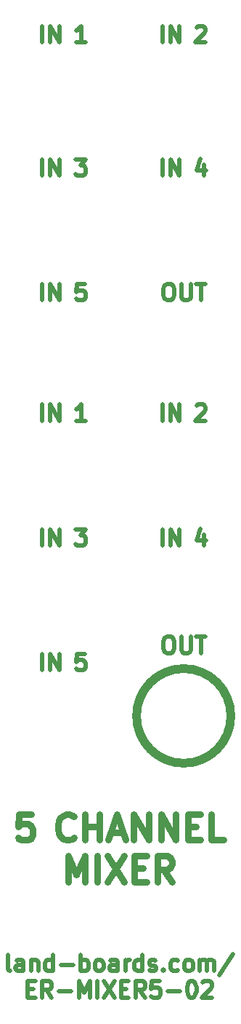
<source format=gto>
%TF.GenerationSoftware,KiCad,Pcbnew,(7.0.0)*%
%TF.CreationDate,2023-02-19T15:42:29-05:00*%
%TF.ProjectId,ER-MIXER5-01_PANEL,45522d4d-4958-4455-9235-2d30315f5041,1*%
%TF.SameCoordinates,Original*%
%TF.FileFunction,Legend,Top*%
%TF.FilePolarity,Positive*%
%FSLAX46Y46*%
G04 Gerber Fmt 4.6, Leading zero omitted, Abs format (unit mm)*
G04 Created by KiCad (PCBNEW (7.0.0)) date 2023-02-19 15:42:29*
%MOMM*%
%LPD*%
G01*
G04 APERTURE LIST*
%ADD10C,1.000000*%
%ADD11C,0.476250*%
%ADD12C,0.750000*%
%ADD13C,0.150000*%
G04 APERTURE END LIST*
D10*
X22500004Y-93000000D02*
G75*
G03*
X22500004Y-82000000I0J5500000D01*
G01*
X22500004Y-82000000D02*
G75*
G03*
X22500004Y-93000000I0J-5500000D01*
G01*
D11*
X6023500Y-67699860D02*
X6023500Y-65794860D01*
X6930643Y-67699860D02*
X6930643Y-65794860D01*
X6930643Y-65794860D02*
X8019214Y-67699860D01*
X8019214Y-67699860D02*
X8019214Y-65794860D01*
X9887928Y-65794860D02*
X11067214Y-65794860D01*
X11067214Y-65794860D02*
X10432214Y-66520575D01*
X10432214Y-66520575D02*
X10704357Y-66520575D01*
X10704357Y-66520575D02*
X10885786Y-66611289D01*
X10885786Y-66611289D02*
X10976500Y-66702003D01*
X10976500Y-66702003D02*
X11067214Y-66883432D01*
X11067214Y-66883432D02*
X11067214Y-67337003D01*
X11067214Y-67337003D02*
X10976500Y-67518432D01*
X10976500Y-67518432D02*
X10885786Y-67609146D01*
X10885786Y-67609146D02*
X10704357Y-67699860D01*
X10704357Y-67699860D02*
X10160071Y-67699860D01*
X10160071Y-67699860D02*
X9978643Y-67609146D01*
X9978643Y-67609146D02*
X9887928Y-67518432D01*
X20595000Y-37294860D02*
X20957857Y-37294860D01*
X20957857Y-37294860D02*
X21139286Y-37385575D01*
X21139286Y-37385575D02*
X21320714Y-37567003D01*
X21320714Y-37567003D02*
X21411429Y-37929860D01*
X21411429Y-37929860D02*
X21411429Y-38564860D01*
X21411429Y-38564860D02*
X21320714Y-38927717D01*
X21320714Y-38927717D02*
X21139286Y-39109146D01*
X21139286Y-39109146D02*
X20957857Y-39199860D01*
X20957857Y-39199860D02*
X20595000Y-39199860D01*
X20595000Y-39199860D02*
X20413572Y-39109146D01*
X20413572Y-39109146D02*
X20232143Y-38927717D01*
X20232143Y-38927717D02*
X20141429Y-38564860D01*
X20141429Y-38564860D02*
X20141429Y-37929860D01*
X20141429Y-37929860D02*
X20232143Y-37567003D01*
X20232143Y-37567003D02*
X20413572Y-37385575D01*
X20413572Y-37385575D02*
X20595000Y-37294860D01*
X22227857Y-37294860D02*
X22227857Y-38837003D01*
X22227857Y-38837003D02*
X22318571Y-39018432D01*
X22318571Y-39018432D02*
X22409286Y-39109146D01*
X22409286Y-39109146D02*
X22590714Y-39199860D01*
X22590714Y-39199860D02*
X22953571Y-39199860D01*
X22953571Y-39199860D02*
X23135000Y-39109146D01*
X23135000Y-39109146D02*
X23225714Y-39018432D01*
X23225714Y-39018432D02*
X23316428Y-38837003D01*
X23316428Y-38837003D02*
X23316428Y-37294860D01*
X23951428Y-37294860D02*
X25040000Y-37294860D01*
X24495714Y-39199860D02*
X24495714Y-37294860D01*
D12*
X4742857Y-98922142D02*
X3314285Y-98922142D01*
X3314285Y-98922142D02*
X3171428Y-100350714D01*
X3171428Y-100350714D02*
X3314285Y-100207857D01*
X3314285Y-100207857D02*
X3600000Y-100065000D01*
X3600000Y-100065000D02*
X4314285Y-100065000D01*
X4314285Y-100065000D02*
X4600000Y-100207857D01*
X4600000Y-100207857D02*
X4742857Y-100350714D01*
X4742857Y-100350714D02*
X4885714Y-100636428D01*
X4885714Y-100636428D02*
X4885714Y-101350714D01*
X4885714Y-101350714D02*
X4742857Y-101636428D01*
X4742857Y-101636428D02*
X4600000Y-101779285D01*
X4600000Y-101779285D02*
X4314285Y-101922142D01*
X4314285Y-101922142D02*
X3600000Y-101922142D01*
X3600000Y-101922142D02*
X3314285Y-101779285D01*
X3314285Y-101779285D02*
X3171428Y-101636428D01*
X9685714Y-101636428D02*
X9542857Y-101779285D01*
X9542857Y-101779285D02*
X9114285Y-101922142D01*
X9114285Y-101922142D02*
X8828571Y-101922142D01*
X8828571Y-101922142D02*
X8400000Y-101779285D01*
X8400000Y-101779285D02*
X8114285Y-101493571D01*
X8114285Y-101493571D02*
X7971428Y-101207857D01*
X7971428Y-101207857D02*
X7828571Y-100636428D01*
X7828571Y-100636428D02*
X7828571Y-100207857D01*
X7828571Y-100207857D02*
X7971428Y-99636428D01*
X7971428Y-99636428D02*
X8114285Y-99350714D01*
X8114285Y-99350714D02*
X8400000Y-99065000D01*
X8400000Y-99065000D02*
X8828571Y-98922142D01*
X8828571Y-98922142D02*
X9114285Y-98922142D01*
X9114285Y-98922142D02*
X9542857Y-99065000D01*
X9542857Y-99065000D02*
X9685714Y-99207857D01*
X10971428Y-101922142D02*
X10971428Y-98922142D01*
X10971428Y-100350714D02*
X12685714Y-100350714D01*
X12685714Y-101922142D02*
X12685714Y-98922142D01*
X13971428Y-101065000D02*
X15400000Y-101065000D01*
X13685714Y-101922142D02*
X14685714Y-98922142D01*
X14685714Y-98922142D02*
X15685714Y-101922142D01*
X16685714Y-101922142D02*
X16685714Y-98922142D01*
X16685714Y-98922142D02*
X18400000Y-101922142D01*
X18400000Y-101922142D02*
X18400000Y-98922142D01*
X19828571Y-101922142D02*
X19828571Y-98922142D01*
X19828571Y-98922142D02*
X21542857Y-101922142D01*
X21542857Y-101922142D02*
X21542857Y-98922142D01*
X22971428Y-100350714D02*
X23971428Y-100350714D01*
X24400000Y-101922142D02*
X22971428Y-101922142D01*
X22971428Y-101922142D02*
X22971428Y-98922142D01*
X22971428Y-98922142D02*
X24400000Y-98922142D01*
X27114286Y-101922142D02*
X25685714Y-101922142D01*
X25685714Y-101922142D02*
X25685714Y-98922142D01*
X9000000Y-106782142D02*
X9000000Y-103782142D01*
X9000000Y-103782142D02*
X10000000Y-105925000D01*
X10000000Y-105925000D02*
X11000000Y-103782142D01*
X11000000Y-103782142D02*
X11000000Y-106782142D01*
X12428571Y-106782142D02*
X12428571Y-103782142D01*
X13571428Y-103782142D02*
X15571428Y-106782142D01*
X15571428Y-103782142D02*
X13571428Y-106782142D01*
X16714285Y-105210714D02*
X17714285Y-105210714D01*
X18142857Y-106782142D02*
X16714285Y-106782142D01*
X16714285Y-106782142D02*
X16714285Y-103782142D01*
X16714285Y-103782142D02*
X18142857Y-103782142D01*
X21142857Y-106782142D02*
X20142857Y-105353571D01*
X19428571Y-106782142D02*
X19428571Y-103782142D01*
X19428571Y-103782142D02*
X20571428Y-103782142D01*
X20571428Y-103782142D02*
X20857143Y-103925000D01*
X20857143Y-103925000D02*
X21000000Y-104067857D01*
X21000000Y-104067857D02*
X21142857Y-104353571D01*
X21142857Y-104353571D02*
X21142857Y-104782142D01*
X21142857Y-104782142D02*
X21000000Y-105067857D01*
X21000000Y-105067857D02*
X20857143Y-105210714D01*
X20857143Y-105210714D02*
X20571428Y-105353571D01*
X20571428Y-105353571D02*
X19428571Y-105353571D01*
D11*
X20023500Y-24699860D02*
X20023500Y-22794860D01*
X20930643Y-24699860D02*
X20930643Y-22794860D01*
X20930643Y-22794860D02*
X22019214Y-24699860D01*
X22019214Y-24699860D02*
X22019214Y-22794860D01*
X24885786Y-23429860D02*
X24885786Y-24699860D01*
X24432214Y-22704146D02*
X23978643Y-24064860D01*
X23978643Y-24064860D02*
X25157928Y-24064860D01*
X2254645Y-117156810D02*
X2073216Y-117066096D01*
X2073216Y-117066096D02*
X1982502Y-116884667D01*
X1982502Y-116884667D02*
X1982502Y-115251810D01*
X3796788Y-117156810D02*
X3796788Y-116158953D01*
X3796788Y-116158953D02*
X3706073Y-115977525D01*
X3706073Y-115977525D02*
X3524645Y-115886810D01*
X3524645Y-115886810D02*
X3161788Y-115886810D01*
X3161788Y-115886810D02*
X2980359Y-115977525D01*
X3796788Y-117066096D02*
X3615359Y-117156810D01*
X3615359Y-117156810D02*
X3161788Y-117156810D01*
X3161788Y-117156810D02*
X2980359Y-117066096D01*
X2980359Y-117066096D02*
X2889645Y-116884667D01*
X2889645Y-116884667D02*
X2889645Y-116703239D01*
X2889645Y-116703239D02*
X2980359Y-116521810D01*
X2980359Y-116521810D02*
X3161788Y-116431096D01*
X3161788Y-116431096D02*
X3615359Y-116431096D01*
X3615359Y-116431096D02*
X3796788Y-116340382D01*
X4703930Y-115886810D02*
X4703930Y-117156810D01*
X4703930Y-116068239D02*
X4794644Y-115977525D01*
X4794644Y-115977525D02*
X4976073Y-115886810D01*
X4976073Y-115886810D02*
X5248216Y-115886810D01*
X5248216Y-115886810D02*
X5429644Y-115977525D01*
X5429644Y-115977525D02*
X5520359Y-116158953D01*
X5520359Y-116158953D02*
X5520359Y-117156810D01*
X7243930Y-117156810D02*
X7243930Y-115251810D01*
X7243930Y-117066096D02*
X7062501Y-117156810D01*
X7062501Y-117156810D02*
X6699644Y-117156810D01*
X6699644Y-117156810D02*
X6518215Y-117066096D01*
X6518215Y-117066096D02*
X6427501Y-116975382D01*
X6427501Y-116975382D02*
X6336787Y-116793953D01*
X6336787Y-116793953D02*
X6336787Y-116249667D01*
X6336787Y-116249667D02*
X6427501Y-116068239D01*
X6427501Y-116068239D02*
X6518215Y-115977525D01*
X6518215Y-115977525D02*
X6699644Y-115886810D01*
X6699644Y-115886810D02*
X7062501Y-115886810D01*
X7062501Y-115886810D02*
X7243930Y-115977525D01*
X8151072Y-116431096D02*
X9602501Y-116431096D01*
X10509643Y-117156810D02*
X10509643Y-115251810D01*
X10509643Y-115977525D02*
X10691072Y-115886810D01*
X10691072Y-115886810D02*
X11053929Y-115886810D01*
X11053929Y-115886810D02*
X11235357Y-115977525D01*
X11235357Y-115977525D02*
X11326072Y-116068239D01*
X11326072Y-116068239D02*
X11416786Y-116249667D01*
X11416786Y-116249667D02*
X11416786Y-116793953D01*
X11416786Y-116793953D02*
X11326072Y-116975382D01*
X11326072Y-116975382D02*
X11235357Y-117066096D01*
X11235357Y-117066096D02*
X11053929Y-117156810D01*
X11053929Y-117156810D02*
X10691072Y-117156810D01*
X10691072Y-117156810D02*
X10509643Y-117066096D01*
X12505357Y-117156810D02*
X12323928Y-117066096D01*
X12323928Y-117066096D02*
X12233214Y-116975382D01*
X12233214Y-116975382D02*
X12142500Y-116793953D01*
X12142500Y-116793953D02*
X12142500Y-116249667D01*
X12142500Y-116249667D02*
X12233214Y-116068239D01*
X12233214Y-116068239D02*
X12323928Y-115977525D01*
X12323928Y-115977525D02*
X12505357Y-115886810D01*
X12505357Y-115886810D02*
X12777500Y-115886810D01*
X12777500Y-115886810D02*
X12958928Y-115977525D01*
X12958928Y-115977525D02*
X13049643Y-116068239D01*
X13049643Y-116068239D02*
X13140357Y-116249667D01*
X13140357Y-116249667D02*
X13140357Y-116793953D01*
X13140357Y-116793953D02*
X13049643Y-116975382D01*
X13049643Y-116975382D02*
X12958928Y-117066096D01*
X12958928Y-117066096D02*
X12777500Y-117156810D01*
X12777500Y-117156810D02*
X12505357Y-117156810D01*
X14773214Y-117156810D02*
X14773214Y-116158953D01*
X14773214Y-116158953D02*
X14682499Y-115977525D01*
X14682499Y-115977525D02*
X14501071Y-115886810D01*
X14501071Y-115886810D02*
X14138214Y-115886810D01*
X14138214Y-115886810D02*
X13956785Y-115977525D01*
X14773214Y-117066096D02*
X14591785Y-117156810D01*
X14591785Y-117156810D02*
X14138214Y-117156810D01*
X14138214Y-117156810D02*
X13956785Y-117066096D01*
X13956785Y-117066096D02*
X13866071Y-116884667D01*
X13866071Y-116884667D02*
X13866071Y-116703239D01*
X13866071Y-116703239D02*
X13956785Y-116521810D01*
X13956785Y-116521810D02*
X14138214Y-116431096D01*
X14138214Y-116431096D02*
X14591785Y-116431096D01*
X14591785Y-116431096D02*
X14773214Y-116340382D01*
X15680356Y-117156810D02*
X15680356Y-115886810D01*
X15680356Y-116249667D02*
X15771070Y-116068239D01*
X15771070Y-116068239D02*
X15861785Y-115977525D01*
X15861785Y-115977525D02*
X16043213Y-115886810D01*
X16043213Y-115886810D02*
X16224642Y-115886810D01*
X17676071Y-117156810D02*
X17676071Y-115251810D01*
X17676071Y-117066096D02*
X17494642Y-117156810D01*
X17494642Y-117156810D02*
X17131785Y-117156810D01*
X17131785Y-117156810D02*
X16950356Y-117066096D01*
X16950356Y-117066096D02*
X16859642Y-116975382D01*
X16859642Y-116975382D02*
X16768928Y-116793953D01*
X16768928Y-116793953D02*
X16768928Y-116249667D01*
X16768928Y-116249667D02*
X16859642Y-116068239D01*
X16859642Y-116068239D02*
X16950356Y-115977525D01*
X16950356Y-115977525D02*
X17131785Y-115886810D01*
X17131785Y-115886810D02*
X17494642Y-115886810D01*
X17494642Y-115886810D02*
X17676071Y-115977525D01*
X18492499Y-117066096D02*
X18673927Y-117156810D01*
X18673927Y-117156810D02*
X19036784Y-117156810D01*
X19036784Y-117156810D02*
X19218213Y-117066096D01*
X19218213Y-117066096D02*
X19308927Y-116884667D01*
X19308927Y-116884667D02*
X19308927Y-116793953D01*
X19308927Y-116793953D02*
X19218213Y-116612525D01*
X19218213Y-116612525D02*
X19036784Y-116521810D01*
X19036784Y-116521810D02*
X18764642Y-116521810D01*
X18764642Y-116521810D02*
X18583213Y-116431096D01*
X18583213Y-116431096D02*
X18492499Y-116249667D01*
X18492499Y-116249667D02*
X18492499Y-116158953D01*
X18492499Y-116158953D02*
X18583213Y-115977525D01*
X18583213Y-115977525D02*
X18764642Y-115886810D01*
X18764642Y-115886810D02*
X19036784Y-115886810D01*
X19036784Y-115886810D02*
X19218213Y-115977525D01*
X20125356Y-116975382D02*
X20216070Y-117066096D01*
X20216070Y-117066096D02*
X20125356Y-117156810D01*
X20125356Y-117156810D02*
X20034642Y-117066096D01*
X20034642Y-117066096D02*
X20125356Y-116975382D01*
X20125356Y-116975382D02*
X20125356Y-117156810D01*
X21848928Y-117066096D02*
X21667499Y-117156810D01*
X21667499Y-117156810D02*
X21304642Y-117156810D01*
X21304642Y-117156810D02*
X21123213Y-117066096D01*
X21123213Y-117066096D02*
X21032499Y-116975382D01*
X21032499Y-116975382D02*
X20941785Y-116793953D01*
X20941785Y-116793953D02*
X20941785Y-116249667D01*
X20941785Y-116249667D02*
X21032499Y-116068239D01*
X21032499Y-116068239D02*
X21123213Y-115977525D01*
X21123213Y-115977525D02*
X21304642Y-115886810D01*
X21304642Y-115886810D02*
X21667499Y-115886810D01*
X21667499Y-115886810D02*
X21848928Y-115977525D01*
X22937499Y-117156810D02*
X22756070Y-117066096D01*
X22756070Y-117066096D02*
X22665356Y-116975382D01*
X22665356Y-116975382D02*
X22574642Y-116793953D01*
X22574642Y-116793953D02*
X22574642Y-116249667D01*
X22574642Y-116249667D02*
X22665356Y-116068239D01*
X22665356Y-116068239D02*
X22756070Y-115977525D01*
X22756070Y-115977525D02*
X22937499Y-115886810D01*
X22937499Y-115886810D02*
X23209642Y-115886810D01*
X23209642Y-115886810D02*
X23391070Y-115977525D01*
X23391070Y-115977525D02*
X23481785Y-116068239D01*
X23481785Y-116068239D02*
X23572499Y-116249667D01*
X23572499Y-116249667D02*
X23572499Y-116793953D01*
X23572499Y-116793953D02*
X23481785Y-116975382D01*
X23481785Y-116975382D02*
X23391070Y-117066096D01*
X23391070Y-117066096D02*
X23209642Y-117156810D01*
X23209642Y-117156810D02*
X22937499Y-117156810D01*
X24388927Y-117156810D02*
X24388927Y-115886810D01*
X24388927Y-116068239D02*
X24479641Y-115977525D01*
X24479641Y-115977525D02*
X24661070Y-115886810D01*
X24661070Y-115886810D02*
X24933213Y-115886810D01*
X24933213Y-115886810D02*
X25114641Y-115977525D01*
X25114641Y-115977525D02*
X25205356Y-116158953D01*
X25205356Y-116158953D02*
X25205356Y-117156810D01*
X25205356Y-116158953D02*
X25296070Y-115977525D01*
X25296070Y-115977525D02*
X25477498Y-115886810D01*
X25477498Y-115886810D02*
X25749641Y-115886810D01*
X25749641Y-115886810D02*
X25931070Y-115977525D01*
X25931070Y-115977525D02*
X26021784Y-116158953D01*
X26021784Y-116158953D02*
X26021784Y-117156810D01*
X28289641Y-115161096D02*
X26656784Y-117610382D01*
X4295714Y-119245053D02*
X4930714Y-119245053D01*
X5202857Y-120242910D02*
X4295714Y-120242910D01*
X4295714Y-120242910D02*
X4295714Y-118337910D01*
X4295714Y-118337910D02*
X5202857Y-118337910D01*
X7107856Y-120242910D02*
X6472856Y-119335767D01*
X6019285Y-120242910D02*
X6019285Y-118337910D01*
X6019285Y-118337910D02*
X6744999Y-118337910D01*
X6744999Y-118337910D02*
X6926428Y-118428625D01*
X6926428Y-118428625D02*
X7017142Y-118519339D01*
X7017142Y-118519339D02*
X7107856Y-118700767D01*
X7107856Y-118700767D02*
X7107856Y-118972910D01*
X7107856Y-118972910D02*
X7017142Y-119154339D01*
X7017142Y-119154339D02*
X6926428Y-119245053D01*
X6926428Y-119245053D02*
X6744999Y-119335767D01*
X6744999Y-119335767D02*
X6019285Y-119335767D01*
X7924285Y-119517196D02*
X9375714Y-119517196D01*
X10282856Y-120242910D02*
X10282856Y-118337910D01*
X10282856Y-118337910D02*
X10917856Y-119698625D01*
X10917856Y-119698625D02*
X11552856Y-118337910D01*
X11552856Y-118337910D02*
X11552856Y-120242910D01*
X12459999Y-120242910D02*
X12459999Y-118337910D01*
X13185713Y-118337910D02*
X14455713Y-120242910D01*
X14455713Y-118337910D02*
X13185713Y-120242910D01*
X15181428Y-119245053D02*
X15816428Y-119245053D01*
X16088571Y-120242910D02*
X15181428Y-120242910D01*
X15181428Y-120242910D02*
X15181428Y-118337910D01*
X15181428Y-118337910D02*
X16088571Y-118337910D01*
X17993570Y-120242910D02*
X17358570Y-119335767D01*
X16904999Y-120242910D02*
X16904999Y-118337910D01*
X16904999Y-118337910D02*
X17630713Y-118337910D01*
X17630713Y-118337910D02*
X17812142Y-118428625D01*
X17812142Y-118428625D02*
X17902856Y-118519339D01*
X17902856Y-118519339D02*
X17993570Y-118700767D01*
X17993570Y-118700767D02*
X17993570Y-118972910D01*
X17993570Y-118972910D02*
X17902856Y-119154339D01*
X17902856Y-119154339D02*
X17812142Y-119245053D01*
X17812142Y-119245053D02*
X17630713Y-119335767D01*
X17630713Y-119335767D02*
X16904999Y-119335767D01*
X19717142Y-118337910D02*
X18809999Y-118337910D01*
X18809999Y-118337910D02*
X18719285Y-119245053D01*
X18719285Y-119245053D02*
X18809999Y-119154339D01*
X18809999Y-119154339D02*
X18991428Y-119063625D01*
X18991428Y-119063625D02*
X19444999Y-119063625D01*
X19444999Y-119063625D02*
X19626428Y-119154339D01*
X19626428Y-119154339D02*
X19717142Y-119245053D01*
X19717142Y-119245053D02*
X19807856Y-119426482D01*
X19807856Y-119426482D02*
X19807856Y-119880053D01*
X19807856Y-119880053D02*
X19717142Y-120061482D01*
X19717142Y-120061482D02*
X19626428Y-120152196D01*
X19626428Y-120152196D02*
X19444999Y-120242910D01*
X19444999Y-120242910D02*
X18991428Y-120242910D01*
X18991428Y-120242910D02*
X18809999Y-120152196D01*
X18809999Y-120152196D02*
X18719285Y-120061482D01*
X20624285Y-119517196D02*
X22075714Y-119517196D01*
X23345713Y-118337910D02*
X23527142Y-118337910D01*
X23527142Y-118337910D02*
X23708570Y-118428625D01*
X23708570Y-118428625D02*
X23799285Y-118519339D01*
X23799285Y-118519339D02*
X23889999Y-118700767D01*
X23889999Y-118700767D02*
X23980713Y-119063625D01*
X23980713Y-119063625D02*
X23980713Y-119517196D01*
X23980713Y-119517196D02*
X23889999Y-119880053D01*
X23889999Y-119880053D02*
X23799285Y-120061482D01*
X23799285Y-120061482D02*
X23708570Y-120152196D01*
X23708570Y-120152196D02*
X23527142Y-120242910D01*
X23527142Y-120242910D02*
X23345713Y-120242910D01*
X23345713Y-120242910D02*
X23164285Y-120152196D01*
X23164285Y-120152196D02*
X23073570Y-120061482D01*
X23073570Y-120061482D02*
X22982856Y-119880053D01*
X22982856Y-119880053D02*
X22892142Y-119517196D01*
X22892142Y-119517196D02*
X22892142Y-119063625D01*
X22892142Y-119063625D02*
X22982856Y-118700767D01*
X22982856Y-118700767D02*
X23073570Y-118519339D01*
X23073570Y-118519339D02*
X23164285Y-118428625D01*
X23164285Y-118428625D02*
X23345713Y-118337910D01*
X24706428Y-118519339D02*
X24797142Y-118428625D01*
X24797142Y-118428625D02*
X24978571Y-118337910D01*
X24978571Y-118337910D02*
X25432142Y-118337910D01*
X25432142Y-118337910D02*
X25613571Y-118428625D01*
X25613571Y-118428625D02*
X25704285Y-118519339D01*
X25704285Y-118519339D02*
X25794999Y-118700767D01*
X25794999Y-118700767D02*
X25794999Y-118882196D01*
X25794999Y-118882196D02*
X25704285Y-119154339D01*
X25704285Y-119154339D02*
X24615713Y-120242910D01*
X24615713Y-120242910D02*
X25794999Y-120242910D01*
X6023500Y-9199860D02*
X6023500Y-7294860D01*
X6930643Y-9199860D02*
X6930643Y-7294860D01*
X6930643Y-7294860D02*
X8019214Y-9199860D01*
X8019214Y-9199860D02*
X8019214Y-7294860D01*
X11067214Y-9199860D02*
X9978643Y-9199860D01*
X10522928Y-9199860D02*
X10522928Y-7294860D01*
X10522928Y-7294860D02*
X10341500Y-7567003D01*
X10341500Y-7567003D02*
X10160071Y-7748432D01*
X10160071Y-7748432D02*
X9978643Y-7839146D01*
X6023500Y-24699860D02*
X6023500Y-22794860D01*
X6930643Y-24699860D02*
X6930643Y-22794860D01*
X6930643Y-22794860D02*
X8019214Y-24699860D01*
X8019214Y-24699860D02*
X8019214Y-22794860D01*
X9887928Y-22794860D02*
X11067214Y-22794860D01*
X11067214Y-22794860D02*
X10432214Y-23520575D01*
X10432214Y-23520575D02*
X10704357Y-23520575D01*
X10704357Y-23520575D02*
X10885786Y-23611289D01*
X10885786Y-23611289D02*
X10976500Y-23702003D01*
X10976500Y-23702003D02*
X11067214Y-23883432D01*
X11067214Y-23883432D02*
X11067214Y-24337003D01*
X11067214Y-24337003D02*
X10976500Y-24518432D01*
X10976500Y-24518432D02*
X10885786Y-24609146D01*
X10885786Y-24609146D02*
X10704357Y-24699860D01*
X10704357Y-24699860D02*
X10160071Y-24699860D01*
X10160071Y-24699860D02*
X9978643Y-24609146D01*
X9978643Y-24609146D02*
X9887928Y-24518432D01*
X6023500Y-53199860D02*
X6023500Y-51294860D01*
X6930643Y-53199860D02*
X6930643Y-51294860D01*
X6930643Y-51294860D02*
X8019214Y-53199860D01*
X8019214Y-53199860D02*
X8019214Y-51294860D01*
X11067214Y-53199860D02*
X9978643Y-53199860D01*
X10522928Y-53199860D02*
X10522928Y-51294860D01*
X10522928Y-51294860D02*
X10341500Y-51567003D01*
X10341500Y-51567003D02*
X10160071Y-51748432D01*
X10160071Y-51748432D02*
X9978643Y-51839146D01*
X6023500Y-39199860D02*
X6023500Y-37294860D01*
X6930643Y-39199860D02*
X6930643Y-37294860D01*
X6930643Y-37294860D02*
X8019214Y-39199860D01*
X8019214Y-39199860D02*
X8019214Y-37294860D01*
X10976500Y-37294860D02*
X10069357Y-37294860D01*
X10069357Y-37294860D02*
X9978643Y-38202003D01*
X9978643Y-38202003D02*
X10069357Y-38111289D01*
X10069357Y-38111289D02*
X10250786Y-38020575D01*
X10250786Y-38020575D02*
X10704357Y-38020575D01*
X10704357Y-38020575D02*
X10885786Y-38111289D01*
X10885786Y-38111289D02*
X10976500Y-38202003D01*
X10976500Y-38202003D02*
X11067214Y-38383432D01*
X11067214Y-38383432D02*
X11067214Y-38837003D01*
X11067214Y-38837003D02*
X10976500Y-39018432D01*
X10976500Y-39018432D02*
X10885786Y-39109146D01*
X10885786Y-39109146D02*
X10704357Y-39199860D01*
X10704357Y-39199860D02*
X10250786Y-39199860D01*
X10250786Y-39199860D02*
X10069357Y-39109146D01*
X10069357Y-39109146D02*
X9978643Y-39018432D01*
X20595000Y-78294860D02*
X20957857Y-78294860D01*
X20957857Y-78294860D02*
X21139286Y-78385575D01*
X21139286Y-78385575D02*
X21320714Y-78567003D01*
X21320714Y-78567003D02*
X21411429Y-78929860D01*
X21411429Y-78929860D02*
X21411429Y-79564860D01*
X21411429Y-79564860D02*
X21320714Y-79927717D01*
X21320714Y-79927717D02*
X21139286Y-80109146D01*
X21139286Y-80109146D02*
X20957857Y-80199860D01*
X20957857Y-80199860D02*
X20595000Y-80199860D01*
X20595000Y-80199860D02*
X20413572Y-80109146D01*
X20413572Y-80109146D02*
X20232143Y-79927717D01*
X20232143Y-79927717D02*
X20141429Y-79564860D01*
X20141429Y-79564860D02*
X20141429Y-78929860D01*
X20141429Y-78929860D02*
X20232143Y-78567003D01*
X20232143Y-78567003D02*
X20413572Y-78385575D01*
X20413572Y-78385575D02*
X20595000Y-78294860D01*
X22227857Y-78294860D02*
X22227857Y-79837003D01*
X22227857Y-79837003D02*
X22318571Y-80018432D01*
X22318571Y-80018432D02*
X22409286Y-80109146D01*
X22409286Y-80109146D02*
X22590714Y-80199860D01*
X22590714Y-80199860D02*
X22953571Y-80199860D01*
X22953571Y-80199860D02*
X23135000Y-80109146D01*
X23135000Y-80109146D02*
X23225714Y-80018432D01*
X23225714Y-80018432D02*
X23316428Y-79837003D01*
X23316428Y-79837003D02*
X23316428Y-78294860D01*
X23951428Y-78294860D02*
X25040000Y-78294860D01*
X24495714Y-80199860D02*
X24495714Y-78294860D01*
X20023500Y-67699860D02*
X20023500Y-65794860D01*
X20930643Y-67699860D02*
X20930643Y-65794860D01*
X20930643Y-65794860D02*
X22019214Y-67699860D01*
X22019214Y-67699860D02*
X22019214Y-65794860D01*
X24885786Y-66429860D02*
X24885786Y-67699860D01*
X24432214Y-65704146D02*
X23978643Y-67064860D01*
X23978643Y-67064860D02*
X25157928Y-67064860D01*
X20023500Y-9199860D02*
X20023500Y-7294860D01*
X20930643Y-9199860D02*
X20930643Y-7294860D01*
X20930643Y-7294860D02*
X22019214Y-9199860D01*
X22019214Y-9199860D02*
X22019214Y-7294860D01*
X23978643Y-7476289D02*
X24069357Y-7385575D01*
X24069357Y-7385575D02*
X24250786Y-7294860D01*
X24250786Y-7294860D02*
X24704357Y-7294860D01*
X24704357Y-7294860D02*
X24885786Y-7385575D01*
X24885786Y-7385575D02*
X24976500Y-7476289D01*
X24976500Y-7476289D02*
X25067214Y-7657717D01*
X25067214Y-7657717D02*
X25067214Y-7839146D01*
X25067214Y-7839146D02*
X24976500Y-8111289D01*
X24976500Y-8111289D02*
X23887928Y-9199860D01*
X23887928Y-9199860D02*
X25067214Y-9199860D01*
X6023500Y-82199860D02*
X6023500Y-80294860D01*
X6930643Y-82199860D02*
X6930643Y-80294860D01*
X6930643Y-80294860D02*
X8019214Y-82199860D01*
X8019214Y-82199860D02*
X8019214Y-80294860D01*
X10976500Y-80294860D02*
X10069357Y-80294860D01*
X10069357Y-80294860D02*
X9978643Y-81202003D01*
X9978643Y-81202003D02*
X10069357Y-81111289D01*
X10069357Y-81111289D02*
X10250786Y-81020575D01*
X10250786Y-81020575D02*
X10704357Y-81020575D01*
X10704357Y-81020575D02*
X10885786Y-81111289D01*
X10885786Y-81111289D02*
X10976500Y-81202003D01*
X10976500Y-81202003D02*
X11067214Y-81383432D01*
X11067214Y-81383432D02*
X11067214Y-81837003D01*
X11067214Y-81837003D02*
X10976500Y-82018432D01*
X10976500Y-82018432D02*
X10885786Y-82109146D01*
X10885786Y-82109146D02*
X10704357Y-82199860D01*
X10704357Y-82199860D02*
X10250786Y-82199860D01*
X10250786Y-82199860D02*
X10069357Y-82109146D01*
X10069357Y-82109146D02*
X9978643Y-82018432D01*
X20023500Y-53199860D02*
X20023500Y-51294860D01*
X20930643Y-53199860D02*
X20930643Y-51294860D01*
X20930643Y-51294860D02*
X22019214Y-53199860D01*
X22019214Y-53199860D02*
X22019214Y-51294860D01*
X23978643Y-51476289D02*
X24069357Y-51385575D01*
X24069357Y-51385575D02*
X24250786Y-51294860D01*
X24250786Y-51294860D02*
X24704357Y-51294860D01*
X24704357Y-51294860D02*
X24885786Y-51385575D01*
X24885786Y-51385575D02*
X24976500Y-51476289D01*
X24976500Y-51476289D02*
X25067214Y-51657717D01*
X25067214Y-51657717D02*
X25067214Y-51839146D01*
X25067214Y-51839146D02*
X24976500Y-52111289D01*
X24976500Y-52111289D02*
X23887928Y-53199860D01*
X23887928Y-53199860D02*
X25067214Y-53199860D01*
D13*
%TO.C,*%
%TD*%
M02*

</source>
